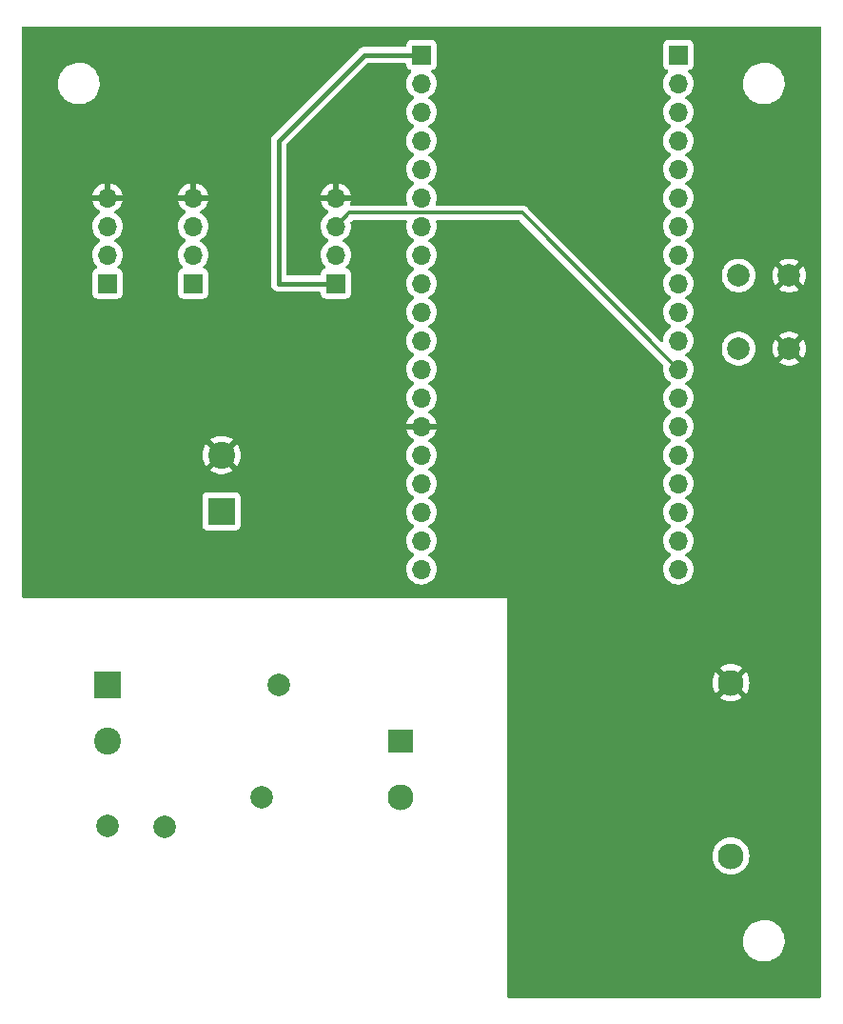
<source format=gbr>
%TF.GenerationSoftware,KiCad,Pcbnew,7.0.2*%
%TF.CreationDate,2023-04-25T22:23:20+02:00*%
%TF.ProjectId,em_schematic,656d5f73-6368-4656-9d61-7469632e6b69,rev?*%
%TF.SameCoordinates,Original*%
%TF.FileFunction,Copper,L2,Bot*%
%TF.FilePolarity,Positive*%
%FSLAX46Y46*%
G04 Gerber Fmt 4.6, Leading zero omitted, Abs format (unit mm)*
G04 Created by KiCad (PCBNEW 7.0.2) date 2023-04-25 22:23:20*
%MOMM*%
%LPD*%
G01*
G04 APERTURE LIST*
%TA.AperFunction,ComponentPad*%
%ADD10C,2.000000*%
%TD*%
%TA.AperFunction,ComponentPad*%
%ADD11R,2.400000X2.400000*%
%TD*%
%TA.AperFunction,ComponentPad*%
%ADD12C,2.400000*%
%TD*%
%TA.AperFunction,ComponentPad*%
%ADD13R,1.700000X1.700000*%
%TD*%
%TA.AperFunction,ComponentPad*%
%ADD14O,1.700000X1.700000*%
%TD*%
%TA.AperFunction,ComponentPad*%
%ADD15R,2.300000X2.000000*%
%TD*%
%TA.AperFunction,ComponentPad*%
%ADD16C,2.300000*%
%TD*%
%TA.AperFunction,Conductor*%
%ADD17C,0.406400*%
%TD*%
%TA.AperFunction,Conductor*%
%ADD18C,0.304800*%
%TD*%
G04 APERTURE END LIST*
D10*
%TO.P,SW1,1,1*%
%TO.N,Net-(J2-Pin_9)*%
X155230000Y-99770000D03*
X155230000Y-93270000D03*
%TO.P,SW1,2,2*%
%TO.N,GND*%
X159730000Y-99770000D03*
X159730000Y-93270000D03*
%TD*%
D11*
%TO.P,J6,1,Pin_1*%
%TO.N,Net-(J6-Pin_1)*%
X99060000Y-129620000D03*
D12*
%TO.P,J6,2,Pin_2*%
%TO.N,Net-(J6-Pin_2)*%
X99060000Y-134620000D03*
%TD*%
D10*
%TO.P,RV1,1*%
%TO.N,Net-(J6-Pin_1)*%
X114300000Y-129620000D03*
%TO.P,RV1,2*%
%TO.N,Net-(PS1-AC{slash}N)*%
X112800000Y-139620000D03*
%TD*%
D13*
%TO.P,J4,1,Pin_1*%
%TO.N,Net-(J1-Pin_1)*%
X119380000Y-93980000D03*
D14*
%TO.P,J4,2,Pin_2*%
%TO.N,Net-(J2-Pin_11)*%
X119380000Y-91440000D03*
%TO.P,J4,3,Pin_3*%
%TO.N,Net-(J2-Pin_12)*%
X119380000Y-88900000D03*
%TO.P,J4,4,Pin_4*%
%TO.N,GND*%
X119380000Y-86360000D03*
%TD*%
D13*
%TO.P,J5,1,Pin_1*%
%TO.N,+5V*%
X106680000Y-93980000D03*
D14*
%TO.P,J5,2,Pin_2*%
%TO.N,Net-(J3-Pin_2)*%
X106680000Y-91440000D03*
%TO.P,J5,3,Pin_3*%
%TO.N,Net-(J3-Pin_3)*%
X106680000Y-88900000D03*
%TO.P,J5,4,Pin_4*%
%TO.N,GND*%
X106680000Y-86360000D03*
%TD*%
D13*
%TO.P,J2,1,Pin_1*%
%TO.N,unconnected-(J2-Pin_1-Pad1)*%
X149860000Y-73660000D03*
D14*
%TO.P,J2,2,Pin_2*%
%TO.N,unconnected-(J2-Pin_2-Pad2)*%
X149860000Y-76200000D03*
%TO.P,J2,3,Pin_3*%
%TO.N,unconnected-(J2-Pin_3-Pad3)*%
X149860000Y-78740000D03*
%TO.P,J2,4,Pin_4*%
%TO.N,unconnected-(J2-Pin_4-Pad4)*%
X149860000Y-81280000D03*
%TO.P,J2,5,Pin_5*%
%TO.N,unconnected-(J2-Pin_5-Pad5)*%
X149860000Y-83820000D03*
%TO.P,J2,6,Pin_6*%
%TO.N,unconnected-(J2-Pin_6-Pad6)*%
X149860000Y-86360000D03*
%TO.P,J2,7,Pin_7*%
%TO.N,unconnected-(J2-Pin_7-Pad7)*%
X149860000Y-88900000D03*
%TO.P,J2,8,Pin_8*%
%TO.N,unconnected-(J2-Pin_8-Pad8)*%
X149860000Y-91440000D03*
%TO.P,J2,9,Pin_9*%
%TO.N,Net-(J2-Pin_9)*%
X149860000Y-93980000D03*
%TO.P,J2,10,Pin_10*%
%TO.N,unconnected-(J2-Pin_10-Pad10)*%
X149860000Y-96520000D03*
%TO.P,J2,11,Pin_11*%
%TO.N,Net-(J2-Pin_11)*%
X149860000Y-99060000D03*
%TO.P,J2,12,Pin_12*%
%TO.N,Net-(J2-Pin_12)*%
X149860000Y-101600000D03*
%TO.P,J2,13,Pin_13*%
%TO.N,unconnected-(J2-Pin_13-Pad13)*%
X149860000Y-104140000D03*
%TO.P,J2,14,Pin_14*%
%TO.N,unconnected-(J2-Pin_14-Pad14)*%
X149860000Y-106680000D03*
%TO.P,J2,15,Pin_15*%
%TO.N,unconnected-(J2-Pin_15-Pad15)*%
X149860000Y-109220000D03*
%TO.P,J2,16,Pin_16*%
%TO.N,unconnected-(J2-Pin_16-Pad16)*%
X149860000Y-111760000D03*
%TO.P,J2,17,Pin_17*%
%TO.N,unconnected-(J2-Pin_17-Pad17)*%
X149860000Y-114300000D03*
%TO.P,J2,18,Pin_18*%
%TO.N,unconnected-(J2-Pin_18-Pad18)*%
X149860000Y-116840000D03*
%TO.P,J2,19,Pin_19*%
%TO.N,unconnected-(J2-Pin_19-Pad19)*%
X149860000Y-119380000D03*
%TD*%
D13*
%TO.P,J1,1,Pin_1*%
%TO.N,Net-(J1-Pin_1)*%
X127000000Y-73660000D03*
D14*
%TO.P,J1,2,Pin_2*%
%TO.N,unconnected-(J1-Pin_2-Pad2)*%
X127000000Y-76200000D03*
%TO.P,J1,3,Pin_3*%
%TO.N,unconnected-(J1-Pin_3-Pad3)*%
X127000000Y-78740000D03*
%TO.P,J1,4,Pin_4*%
%TO.N,unconnected-(J1-Pin_4-Pad4)*%
X127000000Y-81280000D03*
%TO.P,J1,5,Pin_5*%
%TO.N,unconnected-(J1-Pin_5-Pad5)*%
X127000000Y-83820000D03*
%TO.P,J1,6,Pin_6*%
%TO.N,unconnected-(J1-Pin_6-Pad6)*%
X127000000Y-86360000D03*
%TO.P,J1,7,Pin_7*%
%TO.N,unconnected-(J1-Pin_7-Pad7)*%
X127000000Y-88900000D03*
%TO.P,J1,8,Pin_8*%
%TO.N,unconnected-(J1-Pin_8-Pad8)*%
X127000000Y-91440000D03*
%TO.P,J1,9,Pin_9*%
%TO.N,unconnected-(J1-Pin_9-Pad9)*%
X127000000Y-93980000D03*
%TO.P,J1,10,Pin_10*%
%TO.N,unconnected-(J1-Pin_10-Pad10)*%
X127000000Y-96520000D03*
%TO.P,J1,11,Pin_11*%
%TO.N,unconnected-(J1-Pin_11-Pad11)*%
X127000000Y-99060000D03*
%TO.P,J1,12,Pin_12*%
%TO.N,unconnected-(J1-Pin_12-Pad12)*%
X127000000Y-101600000D03*
%TO.P,J1,13,Pin_13*%
%TO.N,unconnected-(J1-Pin_13-Pad13)*%
X127000000Y-104140000D03*
%TO.P,J1,14,Pin_14*%
%TO.N,GND*%
X127000000Y-106680000D03*
%TO.P,J1,15,Pin_15*%
%TO.N,unconnected-(J1-Pin_15-Pad15)*%
X127000000Y-109220000D03*
%TO.P,J1,16,Pin_16*%
%TO.N,unconnected-(J1-Pin_16-Pad16)*%
X127000000Y-111760000D03*
%TO.P,J1,17,Pin_17*%
%TO.N,unconnected-(J1-Pin_17-Pad17)*%
X127000000Y-114300000D03*
%TO.P,J1,18,Pin_18*%
%TO.N,unconnected-(J1-Pin_18-Pad18)*%
X127000000Y-116840000D03*
%TO.P,J1,19,Pin_19*%
%TO.N,+5V*%
X127000000Y-119380000D03*
%TD*%
D11*
%TO.P,C1,1*%
%TO.N,+5V*%
X109220000Y-114220000D03*
D12*
%TO.P,C1,2*%
%TO.N,GND*%
X109220000Y-109220000D03*
%TD*%
D10*
%TO.P,F1,1*%
%TO.N,Net-(J6-Pin_2)*%
X99060000Y-142230000D03*
%TO.P,F1,2*%
%TO.N,Net-(PS1-AC{slash}N)*%
X104140000Y-142240000D03*
%TD*%
D13*
%TO.P,J3,1,Pin_1*%
%TO.N,+5V*%
X99060000Y-93980000D03*
D14*
%TO.P,J3,2,Pin_2*%
%TO.N,Net-(J3-Pin_2)*%
X99060000Y-91440000D03*
%TO.P,J3,3,Pin_3*%
%TO.N,Net-(J3-Pin_3)*%
X99060000Y-88900000D03*
%TO.P,J3,4,Pin_4*%
%TO.N,GND*%
X99060000Y-86360000D03*
%TD*%
D15*
%TO.P,PS1,1,AC/L*%
%TO.N,Net-(J6-Pin_1)*%
X125137500Y-134660000D03*
D16*
%TO.P,PS1,2,AC/N*%
%TO.N,Net-(PS1-AC{slash}N)*%
X125137500Y-139660000D03*
%TO.P,PS1,3,-Vout*%
%TO.N,GND*%
X154537500Y-129460000D03*
%TO.P,PS1,4,+Vout*%
%TO.N,+5V*%
X154537500Y-144860000D03*
%TD*%
D17*
%TO.N,Net-(J1-Pin_1)*%
X119380000Y-93980000D02*
X114300000Y-93980000D01*
X114300000Y-93980000D02*
X114300000Y-81280000D01*
X121920000Y-73660000D02*
X127000000Y-73660000D01*
X114300000Y-81280000D02*
X121920000Y-73660000D01*
D18*
%TO.N,Net-(J2-Pin_12)*%
X119380000Y-88900000D02*
X120582400Y-87697600D01*
X120582400Y-87697600D02*
X135957600Y-87697600D01*
X135957600Y-87697600D02*
X149860000Y-101600000D01*
%TD*%
%TA.AperFunction,Conductor*%
%TO.N,GND*%
G36*
X125592540Y-74383385D02*
G01*
X125638295Y-74436189D01*
X125649501Y-74487700D01*
X125649501Y-74557872D01*
X125649853Y-74561152D01*
X125649854Y-74561159D01*
X125652090Y-74581956D01*
X125655909Y-74617483D01*
X125706204Y-74752331D01*
X125792454Y-74867546D01*
X125907669Y-74953796D01*
X126019907Y-74995658D01*
X126039082Y-75002810D01*
X126095016Y-75044681D01*
X126119433Y-75110146D01*
X126104581Y-75178419D01*
X126083431Y-75206673D01*
X125961503Y-75328601D01*
X125825965Y-75522170D01*
X125726097Y-75736336D01*
X125664936Y-75964592D01*
X125644340Y-76199999D01*
X125664936Y-76435407D01*
X125692162Y-76537016D01*
X125726097Y-76663663D01*
X125825965Y-76877830D01*
X125961505Y-77071401D01*
X126128599Y-77238495D01*
X126314160Y-77368426D01*
X126357783Y-77423002D01*
X126364976Y-77492501D01*
X126333454Y-77554855D01*
X126314159Y-77571575D01*
X126128595Y-77701508D01*
X125961505Y-77868598D01*
X125825965Y-78062170D01*
X125726097Y-78276336D01*
X125664936Y-78504592D01*
X125644340Y-78739999D01*
X125664936Y-78975407D01*
X125709709Y-79142502D01*
X125726097Y-79203663D01*
X125825965Y-79417830D01*
X125961505Y-79611401D01*
X126128599Y-79778495D01*
X126314160Y-79908426D01*
X126357783Y-79963002D01*
X126364976Y-80032501D01*
X126333454Y-80094855D01*
X126314159Y-80111575D01*
X126128595Y-80241508D01*
X125961505Y-80408598D01*
X125825965Y-80602170D01*
X125726097Y-80816336D01*
X125664936Y-81044592D01*
X125644340Y-81280000D01*
X125664936Y-81515407D01*
X125693724Y-81622843D01*
X125726097Y-81743663D01*
X125825965Y-81957830D01*
X125961505Y-82151401D01*
X126128599Y-82318495D01*
X126314160Y-82448426D01*
X126357783Y-82503002D01*
X126364976Y-82572501D01*
X126333454Y-82634855D01*
X126314159Y-82651575D01*
X126128595Y-82781508D01*
X125961505Y-82948598D01*
X125825965Y-83142170D01*
X125726097Y-83356336D01*
X125664936Y-83584592D01*
X125644340Y-83820000D01*
X125664936Y-84055407D01*
X125709709Y-84222502D01*
X125726097Y-84283663D01*
X125825965Y-84497830D01*
X125961505Y-84691401D01*
X126128599Y-84858495D01*
X126314160Y-84988426D01*
X126357783Y-85043002D01*
X126364976Y-85112501D01*
X126333454Y-85174855D01*
X126314159Y-85191575D01*
X126128595Y-85321508D01*
X125961505Y-85488598D01*
X125825965Y-85682170D01*
X125726097Y-85896336D01*
X125664936Y-86124592D01*
X125644340Y-86360000D01*
X125664936Y-86595407D01*
X125720634Y-86803275D01*
X125726097Y-86823663D01*
X125746910Y-86868296D01*
X125757402Y-86937372D01*
X125728883Y-87001156D01*
X125670407Y-87039396D01*
X125634528Y-87044700D01*
X120744921Y-87044700D01*
X120677882Y-87025015D01*
X120632127Y-86972211D01*
X120622183Y-86903053D01*
X120632539Y-86868296D01*
X120653429Y-86823495D01*
X120710636Y-86610000D01*
X119813686Y-86610000D01*
X119839493Y-86569844D01*
X119880000Y-86431889D01*
X119880000Y-86288111D01*
X119839493Y-86150156D01*
X119813686Y-86110000D01*
X120710636Y-86110000D01*
X120710635Y-86109999D01*
X120653430Y-85896507D01*
X120553599Y-85682421D01*
X120418109Y-85488921D01*
X120251081Y-85321893D01*
X120057576Y-85186399D01*
X119843492Y-85086569D01*
X119630000Y-85029364D01*
X119629999Y-85029364D01*
X119629999Y-85924498D01*
X119522315Y-85875320D01*
X119415763Y-85860000D01*
X119344237Y-85860000D01*
X119237685Y-85875320D01*
X119129999Y-85924498D01*
X119129999Y-85029364D01*
X118916507Y-85086569D01*
X118702421Y-85186400D01*
X118508921Y-85321890D01*
X118341890Y-85488921D01*
X118206400Y-85682421D01*
X118106569Y-85896507D01*
X118049364Y-86109999D01*
X118049364Y-86110000D01*
X118946314Y-86110000D01*
X118920507Y-86150156D01*
X118880000Y-86288111D01*
X118880000Y-86431889D01*
X118920507Y-86569844D01*
X118946314Y-86610000D01*
X118049364Y-86610000D01*
X118106569Y-86823492D01*
X118206399Y-87037576D01*
X118341893Y-87231081D01*
X118508918Y-87398106D01*
X118694595Y-87528119D01*
X118738219Y-87582696D01*
X118745412Y-87652195D01*
X118713890Y-87714549D01*
X118694595Y-87731269D01*
X118508595Y-87861508D01*
X118341505Y-88028598D01*
X118205965Y-88222170D01*
X118106097Y-88436336D01*
X118044936Y-88664592D01*
X118024340Y-88900000D01*
X118044936Y-89135407D01*
X118089709Y-89302502D01*
X118106097Y-89363663D01*
X118205965Y-89577830D01*
X118341505Y-89771401D01*
X118508599Y-89938495D01*
X118694160Y-90068426D01*
X118737783Y-90123002D01*
X118744976Y-90192501D01*
X118713454Y-90254855D01*
X118694159Y-90271575D01*
X118508595Y-90401508D01*
X118341505Y-90568598D01*
X118205965Y-90762170D01*
X118106097Y-90976336D01*
X118044936Y-91204592D01*
X118024340Y-91440000D01*
X118044936Y-91675407D01*
X118081115Y-91810429D01*
X118106097Y-91903663D01*
X118205965Y-92117830D01*
X118341505Y-92311401D01*
X118341508Y-92311404D01*
X118463430Y-92433326D01*
X118496915Y-92494649D01*
X118491931Y-92564341D01*
X118450059Y-92620274D01*
X118419083Y-92637189D01*
X118287669Y-92686204D01*
X118172454Y-92772454D01*
X118086204Y-92887668D01*
X118035910Y-93022515D01*
X118035909Y-93022517D01*
X118029500Y-93082127D01*
X118029500Y-93085448D01*
X118029500Y-93085449D01*
X118029500Y-93152300D01*
X118009815Y-93219339D01*
X117957011Y-93265094D01*
X117905500Y-93276300D01*
X115127700Y-93276300D01*
X115060661Y-93256615D01*
X115014906Y-93203811D01*
X115003700Y-93152300D01*
X115003700Y-81622843D01*
X115023385Y-81555804D01*
X115040014Y-81535167D01*
X122175162Y-74400018D01*
X122236486Y-74366534D01*
X122262844Y-74363700D01*
X125525501Y-74363700D01*
X125592540Y-74383385D01*
G37*
%TD.AperFunction*%
%TA.AperFunction,Conductor*%
G36*
X162502539Y-71140185D02*
G01*
X162548294Y-71192989D01*
X162559500Y-71244500D01*
X162559500Y-157355500D01*
X162539815Y-157422539D01*
X162487011Y-157468294D01*
X162435500Y-157479500D01*
X134744000Y-157479500D01*
X134676961Y-157459815D01*
X134631206Y-157407011D01*
X134620000Y-157355500D01*
X134620000Y-152467764D01*
X155625787Y-152467764D01*
X155655413Y-152737016D01*
X155723928Y-152999087D01*
X155829871Y-153248392D01*
X155970982Y-153479611D01*
X156060253Y-153586881D01*
X156144255Y-153687820D01*
X156345998Y-153868582D01*
X156571910Y-154018044D01*
X156678211Y-154067876D01*
X156817177Y-154133021D01*
X157076562Y-154211058D01*
X157076569Y-154211060D01*
X157344561Y-154250500D01*
X157344564Y-154250500D01*
X157545369Y-154250500D01*
X157547631Y-154250500D01*
X157750156Y-154235677D01*
X158014553Y-154176780D01*
X158267558Y-154080014D01*
X158503777Y-153947441D01*
X158718177Y-153781888D01*
X158906186Y-153586881D01*
X159063799Y-153366579D01*
X159187656Y-153125675D01*
X159275118Y-152869305D01*
X159324319Y-152602933D01*
X159334212Y-152332235D01*
X159304586Y-152062982D01*
X159236072Y-151800912D01*
X159130130Y-151551610D01*
X158989018Y-151320390D01*
X158989017Y-151320388D01*
X158815746Y-151112181D01*
X158710759Y-151018112D01*
X158614002Y-150931418D01*
X158388090Y-150781956D01*
X158388086Y-150781954D01*
X158142822Y-150666978D01*
X157883437Y-150588941D01*
X157883431Y-150588940D01*
X157615439Y-150549500D01*
X157412369Y-150549500D01*
X157410120Y-150549664D01*
X157410109Y-150549665D01*
X157209843Y-150564322D01*
X156945449Y-150623219D01*
X156692441Y-150719986D01*
X156456223Y-150852559D01*
X156241825Y-151018109D01*
X156053813Y-151213120D01*
X155896201Y-151433420D01*
X155772342Y-151674329D01*
X155684881Y-151930695D01*
X155635680Y-152197066D01*
X155625787Y-152467764D01*
X134620000Y-152467764D01*
X134620000Y-144860000D01*
X152881896Y-144860000D01*
X152902279Y-145118995D01*
X152962926Y-145371610D01*
X153022930Y-145516470D01*
X153062346Y-145611628D01*
X153198088Y-145833140D01*
X153198090Y-145833143D01*
X153265067Y-145911563D01*
X153366811Y-146030689D01*
X153564360Y-146199412D01*
X153785872Y-146335154D01*
X153965885Y-146409718D01*
X154025889Y-146434573D01*
X154105697Y-146453733D01*
X154278506Y-146495221D01*
X154537500Y-146515604D01*
X154796494Y-146495221D01*
X155049110Y-146434573D01*
X155289128Y-146335154D01*
X155510640Y-146199412D01*
X155708189Y-146030689D01*
X155876912Y-145833140D01*
X156012654Y-145611628D01*
X156112073Y-145371610D01*
X156172721Y-145118994D01*
X156193104Y-144860000D01*
X156172721Y-144601006D01*
X156112073Y-144348390D01*
X156012654Y-144108372D01*
X155876912Y-143886860D01*
X155708189Y-143689311D01*
X155589063Y-143587567D01*
X155510643Y-143520590D01*
X155510640Y-143520588D01*
X155289128Y-143384846D01*
X155193970Y-143345430D01*
X155049110Y-143285426D01*
X154796495Y-143224779D01*
X154537500Y-143204396D01*
X154278504Y-143224779D01*
X154025889Y-143285426D01*
X153821024Y-143370285D01*
X153785872Y-143384846D01*
X153641859Y-143473096D01*
X153564356Y-143520590D01*
X153366811Y-143689311D01*
X153198090Y-143886856D01*
X153198088Y-143886860D01*
X153062346Y-144108372D01*
X153062345Y-144108375D01*
X152962926Y-144348389D01*
X152902279Y-144601004D01*
X152881896Y-144860000D01*
X134620000Y-144860000D01*
X134620000Y-129460000D01*
X152882398Y-129460000D01*
X152902775Y-129718916D01*
X152963403Y-129971455D01*
X153062794Y-130211402D01*
X153198493Y-130432843D01*
X153204301Y-130439644D01*
X154054422Y-129589523D01*
X154078007Y-129669844D01*
X154155739Y-129790798D01*
X154264400Y-129884952D01*
X154395185Y-129944680D01*
X154404966Y-129946086D01*
X153557854Y-130793198D01*
X153564655Y-130799006D01*
X153786097Y-130934705D01*
X154026044Y-131034096D01*
X154278583Y-131094724D01*
X154537500Y-131115101D01*
X154796416Y-131094724D01*
X155048955Y-131034096D01*
X155288897Y-130934707D01*
X155510349Y-130799003D01*
X155517145Y-130793198D01*
X154670033Y-129946086D01*
X154679815Y-129944680D01*
X154810600Y-129884952D01*
X154919261Y-129790798D01*
X154996993Y-129669844D01*
X155020576Y-129589523D01*
X155870698Y-130439645D01*
X155876503Y-130432849D01*
X156012207Y-130211397D01*
X156111596Y-129971455D01*
X156172224Y-129718916D01*
X156192601Y-129459999D01*
X156172224Y-129201083D01*
X156111596Y-128948544D01*
X156012205Y-128708597D01*
X155876506Y-128487155D01*
X155870698Y-128480354D01*
X155020576Y-129330475D01*
X154996993Y-129250156D01*
X154919261Y-129129202D01*
X154810600Y-129035048D01*
X154679815Y-128975320D01*
X154670034Y-128973913D01*
X155517145Y-128126801D01*
X155510343Y-128120993D01*
X155288902Y-127985294D01*
X155048955Y-127885903D01*
X154796416Y-127825275D01*
X154537499Y-127804898D01*
X154278583Y-127825275D01*
X154026044Y-127885903D01*
X153786097Y-127985294D01*
X153564656Y-128120992D01*
X153557854Y-128126801D01*
X154404966Y-128973913D01*
X154395185Y-128975320D01*
X154264400Y-129035048D01*
X154155739Y-129129202D01*
X154078007Y-129250156D01*
X154054423Y-129330476D01*
X153204301Y-128480354D01*
X153198492Y-128487156D01*
X153062794Y-128708597D01*
X152963403Y-128948544D01*
X152902775Y-129201083D01*
X152882398Y-129460000D01*
X134620000Y-129460000D01*
X134620000Y-121920000D01*
X91564500Y-121920000D01*
X91497461Y-121900315D01*
X91451706Y-121847511D01*
X91440500Y-121796000D01*
X91440500Y-115464578D01*
X107519500Y-115464578D01*
X107519501Y-115467872D01*
X107519853Y-115471152D01*
X107519854Y-115471159D01*
X107525427Y-115523002D01*
X107525909Y-115527483D01*
X107576204Y-115662331D01*
X107662454Y-115777546D01*
X107777669Y-115863796D01*
X107912517Y-115914091D01*
X107972127Y-115920500D01*
X110467872Y-115920499D01*
X110527483Y-115914091D01*
X110662331Y-115863796D01*
X110777546Y-115777546D01*
X110863796Y-115662331D01*
X110914091Y-115527483D01*
X110920500Y-115467873D01*
X110920499Y-112972128D01*
X110914091Y-112912517D01*
X110863796Y-112777669D01*
X110777546Y-112662454D01*
X110662331Y-112576204D01*
X110527483Y-112525909D01*
X110467873Y-112519500D01*
X110464550Y-112519500D01*
X107975439Y-112519500D01*
X107975420Y-112519500D01*
X107972128Y-112519501D01*
X107968848Y-112519853D01*
X107968840Y-112519854D01*
X107912515Y-112525909D01*
X107777669Y-112576204D01*
X107662454Y-112662454D01*
X107576204Y-112777668D01*
X107525910Y-112912515D01*
X107525909Y-112912517D01*
X107519500Y-112972127D01*
X107519500Y-112975448D01*
X107519500Y-112975449D01*
X107519500Y-115464560D01*
X107519500Y-115464578D01*
X91440500Y-115464578D01*
X91440500Y-109219999D01*
X107515232Y-109219999D01*
X107534273Y-109474080D01*
X107590971Y-109722491D01*
X107684057Y-109959668D01*
X107811456Y-110180331D01*
X107853452Y-110232993D01*
X107853453Y-110232993D01*
X108657226Y-109429219D01*
X108695901Y-109522588D01*
X108792075Y-109647925D01*
X108917412Y-109744099D01*
X109010779Y-109782772D01*
X108206813Y-110586737D01*
X108367619Y-110696372D01*
X108597179Y-110806922D01*
X108840654Y-110882025D01*
X109092603Y-110920000D01*
X109347397Y-110920000D01*
X109599345Y-110882025D01*
X109842823Y-110806921D01*
X110072383Y-110696372D01*
X110233185Y-110586737D01*
X109429220Y-109782772D01*
X109522588Y-109744099D01*
X109647925Y-109647925D01*
X109744099Y-109522589D01*
X109782773Y-109429220D01*
X110586545Y-110232993D01*
X110586546Y-110232992D01*
X110628545Y-110180328D01*
X110755942Y-109959669D01*
X110849028Y-109722491D01*
X110905726Y-109474080D01*
X110924767Y-109220000D01*
X110905726Y-108965919D01*
X110849028Y-108717508D01*
X110755942Y-108480330D01*
X110628545Y-108259671D01*
X110586546Y-108207005D01*
X109782772Y-109010779D01*
X109744099Y-108917412D01*
X109647925Y-108792075D01*
X109522588Y-108695901D01*
X109429220Y-108657227D01*
X110233185Y-107853261D01*
X110072379Y-107743625D01*
X109842823Y-107633078D01*
X109599345Y-107557974D01*
X109347397Y-107520000D01*
X109092603Y-107520000D01*
X108840654Y-107557974D01*
X108597179Y-107633077D01*
X108367615Y-107743628D01*
X108206813Y-107853261D01*
X109010779Y-108657227D01*
X108917412Y-108695901D01*
X108792075Y-108792075D01*
X108695901Y-108917411D01*
X108657226Y-109010779D01*
X107853453Y-108207006D01*
X107811453Y-108259673D01*
X107684057Y-108480331D01*
X107590971Y-108717508D01*
X107534273Y-108965919D01*
X107515232Y-109219999D01*
X91440500Y-109219999D01*
X91440500Y-91440000D01*
X97704340Y-91440000D01*
X97724936Y-91675407D01*
X97761115Y-91810429D01*
X97786097Y-91903663D01*
X97885965Y-92117830D01*
X98021505Y-92311401D01*
X98021508Y-92311404D01*
X98143430Y-92433326D01*
X98176915Y-92494649D01*
X98171931Y-92564341D01*
X98130059Y-92620274D01*
X98099083Y-92637189D01*
X97967669Y-92686204D01*
X97852454Y-92772454D01*
X97766204Y-92887668D01*
X97715910Y-93022515D01*
X97715909Y-93022517D01*
X97709500Y-93082127D01*
X97709500Y-93085448D01*
X97709500Y-93085449D01*
X97709500Y-94874560D01*
X97709500Y-94874578D01*
X97709501Y-94877872D01*
X97715909Y-94937483D01*
X97766204Y-95072331D01*
X97852454Y-95187546D01*
X97967669Y-95273796D01*
X98102517Y-95324091D01*
X98162127Y-95330500D01*
X99957872Y-95330499D01*
X100017483Y-95324091D01*
X100152331Y-95273796D01*
X100267546Y-95187546D01*
X100353796Y-95072331D01*
X100404091Y-94937483D01*
X100410500Y-94877873D01*
X100410499Y-93082128D01*
X100404091Y-93022517D01*
X100353796Y-92887669D01*
X100267546Y-92772454D01*
X100152331Y-92686204D01*
X100090123Y-92663002D01*
X100020916Y-92637189D01*
X99964983Y-92595317D01*
X99940566Y-92529853D01*
X99955418Y-92461580D01*
X99976563Y-92433332D01*
X100098495Y-92311401D01*
X100234035Y-92117830D01*
X100333903Y-91903663D01*
X100395063Y-91675408D01*
X100415659Y-91440000D01*
X100415659Y-91439999D01*
X105324340Y-91439999D01*
X105344936Y-91675407D01*
X105381115Y-91810429D01*
X105406097Y-91903663D01*
X105505965Y-92117830D01*
X105641505Y-92311401D01*
X105641508Y-92311404D01*
X105763430Y-92433326D01*
X105796915Y-92494649D01*
X105791931Y-92564341D01*
X105750059Y-92620274D01*
X105719083Y-92637189D01*
X105587669Y-92686204D01*
X105472454Y-92772454D01*
X105386204Y-92887668D01*
X105335910Y-93022515D01*
X105335909Y-93022517D01*
X105329500Y-93082127D01*
X105329500Y-93085448D01*
X105329500Y-93085449D01*
X105329500Y-94874560D01*
X105329500Y-94874578D01*
X105329501Y-94877872D01*
X105335909Y-94937483D01*
X105386204Y-95072331D01*
X105472454Y-95187546D01*
X105587669Y-95273796D01*
X105722517Y-95324091D01*
X105782127Y-95330500D01*
X107577872Y-95330499D01*
X107637483Y-95324091D01*
X107772331Y-95273796D01*
X107887546Y-95187546D01*
X107973796Y-95072331D01*
X108024091Y-94937483D01*
X108030500Y-94877873D01*
X108030499Y-93082128D01*
X108024091Y-93022517D01*
X107973796Y-92887669D01*
X107887546Y-92772454D01*
X107772331Y-92686204D01*
X107710123Y-92663002D01*
X107640916Y-92637189D01*
X107584983Y-92595317D01*
X107560566Y-92529853D01*
X107575418Y-92461580D01*
X107596563Y-92433332D01*
X107718495Y-92311401D01*
X107854035Y-92117830D01*
X107953903Y-91903663D01*
X108015063Y-91675408D01*
X108035659Y-91440000D01*
X108015063Y-91204592D01*
X107953903Y-90976337D01*
X107854035Y-90762171D01*
X107718495Y-90568599D01*
X107551401Y-90401505D01*
X107365839Y-90271573D01*
X107322215Y-90216997D01*
X107315023Y-90147498D01*
X107346545Y-90085144D01*
X107365831Y-90068432D01*
X107551401Y-89938495D01*
X107718495Y-89771401D01*
X107854035Y-89577830D01*
X107953903Y-89363663D01*
X108015063Y-89135408D01*
X108035659Y-88900000D01*
X108015063Y-88664592D01*
X107953903Y-88436337D01*
X107854035Y-88222171D01*
X107718495Y-88028599D01*
X107551401Y-87861505D01*
X107365402Y-87731267D01*
X107321780Y-87676692D01*
X107314587Y-87607193D01*
X107346109Y-87544839D01*
X107365405Y-87528119D01*
X107551078Y-87398109D01*
X107718106Y-87231081D01*
X107853600Y-87037576D01*
X107953430Y-86823492D01*
X108010636Y-86610000D01*
X107113686Y-86610000D01*
X107139493Y-86569844D01*
X107180000Y-86431889D01*
X107180000Y-86288111D01*
X107139493Y-86150156D01*
X107113686Y-86110000D01*
X108010636Y-86110000D01*
X108010635Y-86109999D01*
X107953430Y-85896507D01*
X107853599Y-85682421D01*
X107718109Y-85488921D01*
X107551081Y-85321893D01*
X107357576Y-85186399D01*
X107143492Y-85086569D01*
X106930000Y-85029364D01*
X106930000Y-85924498D01*
X106822315Y-85875320D01*
X106715763Y-85860000D01*
X106644237Y-85860000D01*
X106537685Y-85875320D01*
X106430000Y-85924498D01*
X106430000Y-85029364D01*
X106429999Y-85029364D01*
X106216507Y-85086569D01*
X106002421Y-85186400D01*
X105808921Y-85321890D01*
X105641890Y-85488921D01*
X105506400Y-85682421D01*
X105406569Y-85896507D01*
X105349364Y-86109999D01*
X105349364Y-86110000D01*
X106246314Y-86110000D01*
X106220507Y-86150156D01*
X106180000Y-86288111D01*
X106180000Y-86431889D01*
X106220507Y-86569844D01*
X106246314Y-86610000D01*
X105349364Y-86610000D01*
X105406569Y-86823492D01*
X105506399Y-87037576D01*
X105641893Y-87231081D01*
X105808918Y-87398106D01*
X105994595Y-87528119D01*
X106038219Y-87582696D01*
X106045412Y-87652195D01*
X106013890Y-87714549D01*
X105994595Y-87731269D01*
X105808595Y-87861508D01*
X105641505Y-88028598D01*
X105505965Y-88222170D01*
X105406097Y-88436336D01*
X105344936Y-88664592D01*
X105324340Y-88899999D01*
X105344936Y-89135407D01*
X105389709Y-89302502D01*
X105406097Y-89363663D01*
X105505965Y-89577830D01*
X105641505Y-89771401D01*
X105808599Y-89938495D01*
X105994160Y-90068426D01*
X106037783Y-90123002D01*
X106044976Y-90192501D01*
X106013454Y-90254855D01*
X105994159Y-90271575D01*
X105808595Y-90401508D01*
X105641505Y-90568598D01*
X105505965Y-90762170D01*
X105406097Y-90976336D01*
X105344936Y-91204592D01*
X105324340Y-91439999D01*
X100415659Y-91439999D01*
X100395063Y-91204592D01*
X100333903Y-90976337D01*
X100234035Y-90762171D01*
X100098495Y-90568599D01*
X99931401Y-90401505D01*
X99745839Y-90271573D01*
X99702215Y-90216997D01*
X99695023Y-90147498D01*
X99726545Y-90085144D01*
X99745831Y-90068432D01*
X99931401Y-89938495D01*
X100098495Y-89771401D01*
X100234035Y-89577830D01*
X100333903Y-89363663D01*
X100395063Y-89135408D01*
X100415659Y-88900000D01*
X100395063Y-88664592D01*
X100333903Y-88436337D01*
X100234035Y-88222171D01*
X100098495Y-88028599D01*
X99931401Y-87861505D01*
X99745402Y-87731267D01*
X99701780Y-87676692D01*
X99694587Y-87607193D01*
X99726109Y-87544839D01*
X99745405Y-87528119D01*
X99931078Y-87398109D01*
X100098106Y-87231081D01*
X100233600Y-87037576D01*
X100333430Y-86823492D01*
X100390636Y-86610000D01*
X99493686Y-86610000D01*
X99519493Y-86569844D01*
X99560000Y-86431889D01*
X99560000Y-86288111D01*
X99519493Y-86150156D01*
X99493686Y-86110000D01*
X100390636Y-86110000D01*
X100390635Y-86109999D01*
X100333430Y-85896507D01*
X100233599Y-85682421D01*
X100098109Y-85488921D01*
X99931081Y-85321893D01*
X99737576Y-85186399D01*
X99523492Y-85086569D01*
X99310000Y-85029364D01*
X99310000Y-85924498D01*
X99202315Y-85875320D01*
X99095763Y-85860000D01*
X99024237Y-85860000D01*
X98917685Y-85875320D01*
X98810000Y-85924498D01*
X98810000Y-85029364D01*
X98809999Y-85029364D01*
X98596507Y-85086569D01*
X98382421Y-85186400D01*
X98188921Y-85321890D01*
X98021890Y-85488921D01*
X97886400Y-85682421D01*
X97786569Y-85896507D01*
X97729364Y-86109999D01*
X97729364Y-86110000D01*
X98626314Y-86110000D01*
X98600507Y-86150156D01*
X98560000Y-86288111D01*
X98560000Y-86431889D01*
X98600507Y-86569844D01*
X98626314Y-86610000D01*
X97729364Y-86610000D01*
X97786569Y-86823492D01*
X97886399Y-87037576D01*
X98021893Y-87231081D01*
X98188918Y-87398106D01*
X98374595Y-87528119D01*
X98418219Y-87582696D01*
X98425412Y-87652195D01*
X98393890Y-87714549D01*
X98374595Y-87731269D01*
X98188595Y-87861508D01*
X98021505Y-88028598D01*
X97885965Y-88222170D01*
X97786097Y-88436336D01*
X97724936Y-88664592D01*
X97704340Y-88899999D01*
X97724936Y-89135407D01*
X97769709Y-89302502D01*
X97786097Y-89363663D01*
X97885965Y-89577830D01*
X98021505Y-89771401D01*
X98188599Y-89938495D01*
X98374160Y-90068426D01*
X98417783Y-90123002D01*
X98424976Y-90192501D01*
X98393454Y-90254855D01*
X98374159Y-90271575D01*
X98188595Y-90401508D01*
X98021505Y-90568598D01*
X97885965Y-90762170D01*
X97786097Y-90976336D01*
X97724936Y-91204592D01*
X97704340Y-91440000D01*
X91440500Y-91440000D01*
X91440500Y-81237197D01*
X113592425Y-81237197D01*
X113596074Y-81297514D01*
X113596300Y-81305000D01*
X113596300Y-94065447D01*
X113604765Y-94099794D01*
X113607463Y-94114517D01*
X113611728Y-94149640D01*
X113624274Y-94182719D01*
X113628729Y-94197014D01*
X113637197Y-94231369D01*
X113653638Y-94262695D01*
X113659782Y-94276347D01*
X113672327Y-94309424D01*
X113692421Y-94338536D01*
X113700166Y-94351347D01*
X113716615Y-94382686D01*
X113740075Y-94409167D01*
X113749312Y-94420956D01*
X113769405Y-94450067D01*
X113795884Y-94473524D01*
X113806469Y-94484108D01*
X113814887Y-94493610D01*
X113829936Y-94510597D01*
X113859050Y-94530693D01*
X113870834Y-94539925D01*
X113897317Y-94563387D01*
X113928652Y-94579833D01*
X113941457Y-94587574D01*
X113970571Y-94607670D01*
X113970572Y-94607670D01*
X113970573Y-94607671D01*
X114003651Y-94620216D01*
X114017304Y-94626361D01*
X114048632Y-94642803D01*
X114083001Y-94651274D01*
X114097271Y-94655721D01*
X114130357Y-94668270D01*
X114165476Y-94672534D01*
X114180195Y-94675230D01*
X114214555Y-94683700D01*
X114257437Y-94683700D01*
X117905501Y-94683700D01*
X117972540Y-94703385D01*
X118018295Y-94756189D01*
X118029501Y-94807699D01*
X118029501Y-94877872D01*
X118035909Y-94937483D01*
X118086204Y-95072331D01*
X118172454Y-95187546D01*
X118287669Y-95273796D01*
X118422517Y-95324091D01*
X118482127Y-95330500D01*
X120277872Y-95330499D01*
X120337483Y-95324091D01*
X120472331Y-95273796D01*
X120587546Y-95187546D01*
X120673796Y-95072331D01*
X120724091Y-94937483D01*
X120730500Y-94877873D01*
X120730499Y-93082128D01*
X120724091Y-93022517D01*
X120673796Y-92887669D01*
X120587546Y-92772454D01*
X120472331Y-92686204D01*
X120410123Y-92663002D01*
X120340916Y-92637189D01*
X120284983Y-92595317D01*
X120260566Y-92529853D01*
X120275418Y-92461580D01*
X120296563Y-92433332D01*
X120418495Y-92311401D01*
X120554035Y-92117830D01*
X120653903Y-91903663D01*
X120715063Y-91675408D01*
X120735659Y-91440000D01*
X120715063Y-91204592D01*
X120653903Y-90976337D01*
X120554035Y-90762171D01*
X120418495Y-90568599D01*
X120251401Y-90401505D01*
X120065839Y-90271573D01*
X120022216Y-90216998D01*
X120015022Y-90147500D01*
X120046545Y-90085145D01*
X120065837Y-90068428D01*
X120251401Y-89938495D01*
X120418495Y-89771401D01*
X120554035Y-89577830D01*
X120653903Y-89363663D01*
X120715063Y-89135408D01*
X120735659Y-88900000D01*
X120715063Y-88664592D01*
X120696331Y-88594687D01*
X120697995Y-88524837D01*
X120728424Y-88474914D01*
X120816521Y-88386818D01*
X120877845Y-88353333D01*
X120904202Y-88350500D01*
X125587497Y-88350500D01*
X125654536Y-88370185D01*
X125700291Y-88422989D01*
X125710235Y-88492147D01*
X125707272Y-88506593D01*
X125664936Y-88664592D01*
X125644340Y-88899999D01*
X125664936Y-89135407D01*
X125709709Y-89302502D01*
X125726097Y-89363663D01*
X125825965Y-89577830D01*
X125961505Y-89771401D01*
X126128599Y-89938495D01*
X126314160Y-90068426D01*
X126357783Y-90123002D01*
X126364976Y-90192501D01*
X126333454Y-90254855D01*
X126314159Y-90271575D01*
X126128595Y-90401508D01*
X125961505Y-90568598D01*
X125825965Y-90762170D01*
X125726097Y-90976336D01*
X125664936Y-91204592D01*
X125644340Y-91440000D01*
X125664936Y-91675407D01*
X125701115Y-91810429D01*
X125726097Y-91903663D01*
X125825965Y-92117830D01*
X125961505Y-92311401D01*
X126128599Y-92478495D01*
X126314160Y-92608426D01*
X126357783Y-92663002D01*
X126364976Y-92732501D01*
X126333454Y-92794855D01*
X126314159Y-92811575D01*
X126128595Y-92941508D01*
X125961505Y-93108598D01*
X125825965Y-93302170D01*
X125726097Y-93516336D01*
X125664936Y-93744592D01*
X125644340Y-93979999D01*
X125664936Y-94215407D01*
X125699583Y-94344711D01*
X125726097Y-94443663D01*
X125825965Y-94657830D01*
X125961505Y-94851401D01*
X126128599Y-95018495D01*
X126314160Y-95148426D01*
X126357783Y-95203002D01*
X126364976Y-95272501D01*
X126333454Y-95334855D01*
X126314159Y-95351575D01*
X126128595Y-95481508D01*
X125961505Y-95648598D01*
X125825965Y-95842170D01*
X125726097Y-96056336D01*
X125664936Y-96284592D01*
X125644340Y-96520000D01*
X125664936Y-96755407D01*
X125709709Y-96922501D01*
X125726097Y-96983663D01*
X125825965Y-97197830D01*
X125961505Y-97391401D01*
X126128599Y-97558495D01*
X126314160Y-97688426D01*
X126357783Y-97743002D01*
X126364976Y-97812501D01*
X126333454Y-97874855D01*
X126314159Y-97891575D01*
X126128595Y-98021508D01*
X125961505Y-98188598D01*
X125825965Y-98382170D01*
X125726097Y-98596336D01*
X125664936Y-98824592D01*
X125644340Y-99060000D01*
X125664936Y-99295407D01*
X125681843Y-99358503D01*
X125726097Y-99523663D01*
X125825965Y-99737830D01*
X125961505Y-99931401D01*
X126128599Y-100098495D01*
X126314160Y-100228426D01*
X126357783Y-100283002D01*
X126364976Y-100352501D01*
X126333454Y-100414855D01*
X126314159Y-100431575D01*
X126128595Y-100561508D01*
X125961505Y-100728598D01*
X125825965Y-100922170D01*
X125726097Y-101136336D01*
X125664936Y-101364592D01*
X125644340Y-101599999D01*
X125664936Y-101835407D01*
X125709709Y-102002502D01*
X125726097Y-102063663D01*
X125825965Y-102277830D01*
X125961505Y-102471401D01*
X126128599Y-102638495D01*
X126314160Y-102768426D01*
X126357783Y-102823002D01*
X126364976Y-102892501D01*
X126333454Y-102954855D01*
X126314159Y-102971575D01*
X126128595Y-103101508D01*
X125961505Y-103268598D01*
X125825965Y-103462170D01*
X125726097Y-103676336D01*
X125664936Y-103904592D01*
X125644340Y-104140000D01*
X125664936Y-104375407D01*
X125709709Y-104542501D01*
X125726097Y-104603663D01*
X125825965Y-104817830D01*
X125961505Y-105011401D01*
X126128599Y-105178495D01*
X126314596Y-105308732D01*
X126358219Y-105363307D01*
X126365412Y-105432806D01*
X126333890Y-105495160D01*
X126314595Y-105511880D01*
X126128919Y-105641892D01*
X125961890Y-105808921D01*
X125826400Y-106002421D01*
X125726569Y-106216507D01*
X125669364Y-106429999D01*
X125669364Y-106430000D01*
X126566314Y-106430000D01*
X126540507Y-106470156D01*
X126500000Y-106608111D01*
X126500000Y-106751889D01*
X126540507Y-106889844D01*
X126566314Y-106930000D01*
X125669364Y-106930000D01*
X125726569Y-107143492D01*
X125826399Y-107357576D01*
X125961893Y-107551081D01*
X126128918Y-107718106D01*
X126314595Y-107848119D01*
X126358219Y-107902696D01*
X126365412Y-107972195D01*
X126333890Y-108034549D01*
X126314595Y-108051269D01*
X126128595Y-108181508D01*
X125961505Y-108348598D01*
X125825965Y-108542170D01*
X125726097Y-108756336D01*
X125664936Y-108984592D01*
X125644340Y-109220000D01*
X125664936Y-109455407D01*
X125696593Y-109573553D01*
X125726097Y-109683663D01*
X125825965Y-109897830D01*
X125961505Y-110091401D01*
X126128599Y-110258495D01*
X126314160Y-110388426D01*
X126357783Y-110443002D01*
X126364976Y-110512501D01*
X126333454Y-110574855D01*
X126314159Y-110591575D01*
X126128595Y-110721508D01*
X125961505Y-110888598D01*
X125825965Y-111082170D01*
X125726097Y-111296336D01*
X125664936Y-111524592D01*
X125644340Y-111759999D01*
X125664936Y-111995407D01*
X125709709Y-112162502D01*
X125726097Y-112223663D01*
X125825965Y-112437830D01*
X125961505Y-112631401D01*
X126128599Y-112798495D01*
X126314160Y-112928426D01*
X126357783Y-112983002D01*
X126364976Y-113052501D01*
X126333454Y-113114855D01*
X126314159Y-113131575D01*
X126128595Y-113261508D01*
X125961505Y-113428598D01*
X125825965Y-113622170D01*
X125726097Y-113836336D01*
X125664936Y-114064592D01*
X125644340Y-114299999D01*
X125664936Y-114535407D01*
X125709709Y-114702502D01*
X125726097Y-114763663D01*
X125825965Y-114977830D01*
X125961505Y-115171401D01*
X126128599Y-115338495D01*
X126314160Y-115468426D01*
X126357783Y-115523002D01*
X126364976Y-115592501D01*
X126333454Y-115654855D01*
X126314159Y-115671575D01*
X126128595Y-115801508D01*
X125961505Y-115968598D01*
X125825965Y-116162170D01*
X125726097Y-116376336D01*
X125664936Y-116604592D01*
X125644340Y-116839999D01*
X125664936Y-117075407D01*
X125709709Y-117242501D01*
X125726097Y-117303663D01*
X125825965Y-117517830D01*
X125961505Y-117711401D01*
X126128599Y-117878495D01*
X126314160Y-118008426D01*
X126357783Y-118063002D01*
X126364976Y-118132501D01*
X126333454Y-118194855D01*
X126314159Y-118211575D01*
X126128595Y-118341508D01*
X125961505Y-118508598D01*
X125825965Y-118702170D01*
X125726097Y-118916336D01*
X125664936Y-119144592D01*
X125644340Y-119380000D01*
X125664936Y-119615407D01*
X125709709Y-119782501D01*
X125726097Y-119843663D01*
X125825965Y-120057830D01*
X125961505Y-120251401D01*
X126128599Y-120418495D01*
X126322170Y-120554035D01*
X126536337Y-120653903D01*
X126764592Y-120715063D01*
X127000000Y-120735659D01*
X127235408Y-120715063D01*
X127463663Y-120653903D01*
X127677830Y-120554035D01*
X127871401Y-120418495D01*
X128038495Y-120251401D01*
X128174035Y-120057830D01*
X128273903Y-119843663D01*
X128335063Y-119615408D01*
X128355659Y-119380000D01*
X128335063Y-119144592D01*
X128273903Y-118916337D01*
X128174035Y-118702171D01*
X128038495Y-118508599D01*
X127871401Y-118341505D01*
X127685839Y-118211573D01*
X127642217Y-118156998D01*
X127635024Y-118087499D01*
X127666546Y-118025145D01*
X127685837Y-118008428D01*
X127871401Y-117878495D01*
X128038495Y-117711401D01*
X128174035Y-117517830D01*
X128273903Y-117303663D01*
X128335063Y-117075408D01*
X128355659Y-116840000D01*
X128335063Y-116604592D01*
X128273903Y-116376337D01*
X128174035Y-116162171D01*
X128038495Y-115968599D01*
X127871401Y-115801505D01*
X127685839Y-115671573D01*
X127642215Y-115616997D01*
X127635023Y-115547498D01*
X127666545Y-115485144D01*
X127685831Y-115468432D01*
X127871401Y-115338495D01*
X128038495Y-115171401D01*
X128174035Y-114977830D01*
X128273903Y-114763663D01*
X128335063Y-114535408D01*
X128355659Y-114300000D01*
X128335063Y-114064592D01*
X128273903Y-113836337D01*
X128174035Y-113622171D01*
X128038495Y-113428599D01*
X127871401Y-113261505D01*
X127685839Y-113131573D01*
X127642216Y-113076998D01*
X127635022Y-113007500D01*
X127666545Y-112945145D01*
X127685837Y-112928428D01*
X127871401Y-112798495D01*
X128038495Y-112631401D01*
X128174035Y-112437830D01*
X128273903Y-112223663D01*
X128335063Y-111995408D01*
X128355659Y-111760000D01*
X128335063Y-111524592D01*
X128273903Y-111296337D01*
X128174035Y-111082171D01*
X128038495Y-110888599D01*
X127871401Y-110721505D01*
X127685839Y-110591573D01*
X127642215Y-110536997D01*
X127635023Y-110467498D01*
X127666545Y-110405144D01*
X127685831Y-110388432D01*
X127871401Y-110258495D01*
X128038495Y-110091401D01*
X128174035Y-109897830D01*
X128273903Y-109683663D01*
X128335063Y-109455408D01*
X128355659Y-109220000D01*
X128335063Y-108984592D01*
X128273903Y-108756337D01*
X128174035Y-108542171D01*
X128038495Y-108348599D01*
X127871401Y-108181505D01*
X127685402Y-108051267D01*
X127641780Y-107996692D01*
X127634587Y-107927193D01*
X127666109Y-107864839D01*
X127685405Y-107848119D01*
X127871078Y-107718109D01*
X128038106Y-107551081D01*
X128173600Y-107357576D01*
X128273430Y-107143492D01*
X128330636Y-106930000D01*
X127433686Y-106930000D01*
X127459493Y-106889844D01*
X127500000Y-106751889D01*
X127500000Y-106608111D01*
X127459493Y-106470156D01*
X127433686Y-106430000D01*
X128330636Y-106430000D01*
X128330635Y-106429999D01*
X128273430Y-106216507D01*
X128173599Y-106002421D01*
X128038109Y-105808921D01*
X127871081Y-105641893D01*
X127685404Y-105511880D01*
X127641780Y-105457303D01*
X127634587Y-105387804D01*
X127666109Y-105325450D01*
X127685399Y-105308734D01*
X127871401Y-105178495D01*
X128038495Y-105011401D01*
X128174035Y-104817830D01*
X128273903Y-104603663D01*
X128335063Y-104375408D01*
X128355659Y-104140000D01*
X128335063Y-103904592D01*
X128273903Y-103676337D01*
X128174035Y-103462171D01*
X128038495Y-103268599D01*
X127871401Y-103101505D01*
X127685839Y-102971573D01*
X127642216Y-102916998D01*
X127635022Y-102847500D01*
X127666545Y-102785145D01*
X127685837Y-102768428D01*
X127871401Y-102638495D01*
X128038495Y-102471401D01*
X128174035Y-102277830D01*
X128273903Y-102063663D01*
X128335063Y-101835408D01*
X128355659Y-101600000D01*
X128335063Y-101364592D01*
X128273903Y-101136337D01*
X128174035Y-100922171D01*
X128038495Y-100728599D01*
X127871401Y-100561505D01*
X127685839Y-100431573D01*
X127642215Y-100376997D01*
X127635023Y-100307498D01*
X127666545Y-100245144D01*
X127685831Y-100228432D01*
X127871401Y-100098495D01*
X128038495Y-99931401D01*
X128174035Y-99737830D01*
X128273903Y-99523663D01*
X128335063Y-99295408D01*
X128355659Y-99060000D01*
X128335063Y-98824592D01*
X128273903Y-98596337D01*
X128174035Y-98382171D01*
X128038495Y-98188599D01*
X127871401Y-98021505D01*
X127685839Y-97891573D01*
X127642216Y-97836998D01*
X127635022Y-97767500D01*
X127666545Y-97705145D01*
X127685837Y-97688428D01*
X127871401Y-97558495D01*
X128038495Y-97391401D01*
X128174035Y-97197830D01*
X128273903Y-96983663D01*
X128335063Y-96755408D01*
X128355659Y-96520000D01*
X128335063Y-96284592D01*
X128273903Y-96056337D01*
X128174035Y-95842171D01*
X128038495Y-95648599D01*
X127871401Y-95481505D01*
X127685839Y-95351573D01*
X127642215Y-95296997D01*
X127635023Y-95227498D01*
X127666545Y-95165144D01*
X127685831Y-95148432D01*
X127871401Y-95018495D01*
X128038495Y-94851401D01*
X128174035Y-94657830D01*
X128273903Y-94443663D01*
X128335063Y-94215408D01*
X128355659Y-93980000D01*
X128335063Y-93744592D01*
X128273903Y-93516337D01*
X128174035Y-93302171D01*
X128038495Y-93108599D01*
X127871401Y-92941505D01*
X127685839Y-92811573D01*
X127642216Y-92756998D01*
X127635022Y-92687500D01*
X127666545Y-92625145D01*
X127685837Y-92608428D01*
X127871401Y-92478495D01*
X128038495Y-92311401D01*
X128174035Y-92117830D01*
X128273903Y-91903663D01*
X128335063Y-91675408D01*
X128355659Y-91440000D01*
X128335063Y-91204592D01*
X128273903Y-90976337D01*
X128174035Y-90762171D01*
X128038495Y-90568599D01*
X127871401Y-90401505D01*
X127685839Y-90271573D01*
X127642215Y-90216997D01*
X127635023Y-90147498D01*
X127666545Y-90085144D01*
X127685831Y-90068432D01*
X127871401Y-89938495D01*
X128038495Y-89771401D01*
X128174035Y-89577830D01*
X128273903Y-89363663D01*
X128335063Y-89135408D01*
X128355659Y-88900000D01*
X128335063Y-88664592D01*
X128292727Y-88506593D01*
X128294391Y-88436743D01*
X128333554Y-88378881D01*
X128397782Y-88351377D01*
X128412503Y-88350500D01*
X135635798Y-88350500D01*
X135702837Y-88370185D01*
X135723479Y-88386819D01*
X148511573Y-101174913D01*
X148545058Y-101236236D01*
X148543667Y-101294686D01*
X148524936Y-101364591D01*
X148504340Y-101600000D01*
X148524936Y-101835407D01*
X148569709Y-102002501D01*
X148586097Y-102063663D01*
X148685965Y-102277830D01*
X148821505Y-102471401D01*
X148988599Y-102638495D01*
X149174160Y-102768426D01*
X149217783Y-102823002D01*
X149224976Y-102892501D01*
X149193454Y-102954855D01*
X149174159Y-102971575D01*
X148988595Y-103101508D01*
X148821505Y-103268598D01*
X148685965Y-103462170D01*
X148586097Y-103676336D01*
X148524936Y-103904592D01*
X148504340Y-104140000D01*
X148524936Y-104375407D01*
X148569709Y-104542501D01*
X148586097Y-104603663D01*
X148685965Y-104817830D01*
X148821505Y-105011401D01*
X148988599Y-105178495D01*
X149174160Y-105308426D01*
X149217783Y-105363002D01*
X149224976Y-105432501D01*
X149193454Y-105494855D01*
X149174159Y-105511575D01*
X148988595Y-105641508D01*
X148821505Y-105808598D01*
X148685965Y-106002170D01*
X148586097Y-106216336D01*
X148524936Y-106444592D01*
X148504340Y-106679999D01*
X148524936Y-106915407D01*
X148550496Y-107010798D01*
X148586097Y-107143663D01*
X148685965Y-107357830D01*
X148821505Y-107551401D01*
X148988599Y-107718495D01*
X149174160Y-107848426D01*
X149217783Y-107903002D01*
X149224976Y-107972501D01*
X149193454Y-108034855D01*
X149174159Y-108051575D01*
X148988595Y-108181508D01*
X148821505Y-108348598D01*
X148685965Y-108542170D01*
X148586097Y-108756336D01*
X148524936Y-108984592D01*
X148504340Y-109220000D01*
X148524936Y-109455407D01*
X148556593Y-109573553D01*
X148586097Y-109683663D01*
X148685965Y-109897830D01*
X148821505Y-110091401D01*
X148988599Y-110258495D01*
X149174160Y-110388426D01*
X149217783Y-110443002D01*
X149224976Y-110512501D01*
X149193454Y-110574855D01*
X149174159Y-110591575D01*
X148988595Y-110721508D01*
X148821505Y-110888598D01*
X148685965Y-111082170D01*
X148586097Y-111296336D01*
X148524936Y-111524592D01*
X148504340Y-111760000D01*
X148524936Y-111995407D01*
X148569709Y-112162502D01*
X148586097Y-112223663D01*
X148685965Y-112437830D01*
X148821505Y-112631401D01*
X148988599Y-112798495D01*
X149174160Y-112928426D01*
X149217783Y-112983002D01*
X149224976Y-113052501D01*
X149193454Y-113114855D01*
X149174159Y-113131575D01*
X148988595Y-113261508D01*
X148821505Y-113428598D01*
X148685965Y-113622170D01*
X148586097Y-113836336D01*
X148524936Y-114064592D01*
X148504340Y-114299999D01*
X148524936Y-114535407D01*
X148569709Y-114702501D01*
X148586097Y-114763663D01*
X148685965Y-114977830D01*
X148821505Y-115171401D01*
X148988599Y-115338495D01*
X149174160Y-115468426D01*
X149217783Y-115523002D01*
X149224976Y-115592501D01*
X149193454Y-115654855D01*
X149174159Y-115671575D01*
X148988595Y-115801508D01*
X148821505Y-115968598D01*
X148685965Y-116162170D01*
X148586097Y-116376336D01*
X148524936Y-116604592D01*
X148504340Y-116839999D01*
X148524936Y-117075407D01*
X148569709Y-117242502D01*
X148586097Y-117303663D01*
X148685965Y-117517830D01*
X148821505Y-117711401D01*
X148988599Y-117878495D01*
X149174160Y-118008426D01*
X149217783Y-118063002D01*
X149224976Y-118132501D01*
X149193454Y-118194855D01*
X149174159Y-118211575D01*
X148988595Y-118341508D01*
X148821505Y-118508598D01*
X148685965Y-118702170D01*
X148586097Y-118916336D01*
X148524936Y-119144592D01*
X148504340Y-119379999D01*
X148524936Y-119615407D01*
X148569709Y-119782501D01*
X148586097Y-119843663D01*
X148685965Y-120057830D01*
X148821505Y-120251401D01*
X148988599Y-120418495D01*
X149182170Y-120554035D01*
X149396337Y-120653903D01*
X149624592Y-120715063D01*
X149860000Y-120735659D01*
X150095408Y-120715063D01*
X150323663Y-120653903D01*
X150537830Y-120554035D01*
X150731401Y-120418495D01*
X150898495Y-120251401D01*
X151034035Y-120057830D01*
X151133903Y-119843663D01*
X151195063Y-119615408D01*
X151215659Y-119380000D01*
X151195063Y-119144592D01*
X151133903Y-118916337D01*
X151034035Y-118702171D01*
X150898495Y-118508599D01*
X150731401Y-118341505D01*
X150545839Y-118211573D01*
X150502216Y-118156998D01*
X150495022Y-118087500D01*
X150526545Y-118025145D01*
X150545837Y-118008428D01*
X150731401Y-117878495D01*
X150898495Y-117711401D01*
X151034035Y-117517830D01*
X151133903Y-117303663D01*
X151195063Y-117075408D01*
X151215659Y-116840000D01*
X151195063Y-116604592D01*
X151133903Y-116376337D01*
X151034035Y-116162171D01*
X150898495Y-115968599D01*
X150731401Y-115801505D01*
X150545839Y-115671573D01*
X150502215Y-115616997D01*
X150495023Y-115547498D01*
X150526545Y-115485144D01*
X150545831Y-115468432D01*
X150731401Y-115338495D01*
X150898495Y-115171401D01*
X151034035Y-114977830D01*
X151133903Y-114763663D01*
X151195063Y-114535408D01*
X151215659Y-114300000D01*
X151195063Y-114064592D01*
X151133903Y-113836337D01*
X151034035Y-113622171D01*
X150898495Y-113428599D01*
X150731401Y-113261505D01*
X150545839Y-113131573D01*
X150502216Y-113076998D01*
X150495022Y-113007500D01*
X150526545Y-112945145D01*
X150545837Y-112928428D01*
X150731401Y-112798495D01*
X150898495Y-112631401D01*
X151034035Y-112437830D01*
X151133903Y-112223663D01*
X151195063Y-111995408D01*
X151215659Y-111760000D01*
X151195063Y-111524592D01*
X151133903Y-111296337D01*
X151034035Y-111082171D01*
X150898495Y-110888599D01*
X150731401Y-110721505D01*
X150545839Y-110591573D01*
X150502215Y-110536997D01*
X150495023Y-110467498D01*
X150526545Y-110405144D01*
X150545831Y-110388432D01*
X150731401Y-110258495D01*
X150898495Y-110091401D01*
X151034035Y-109897830D01*
X151133903Y-109683663D01*
X151195063Y-109455408D01*
X151215659Y-109220000D01*
X151195063Y-108984592D01*
X151133903Y-108756337D01*
X151034035Y-108542171D01*
X150898495Y-108348599D01*
X150731401Y-108181505D01*
X150545839Y-108051573D01*
X150502216Y-107996998D01*
X150495022Y-107927500D01*
X150526545Y-107865145D01*
X150545837Y-107848428D01*
X150731401Y-107718495D01*
X150898495Y-107551401D01*
X151034035Y-107357830D01*
X151133903Y-107143663D01*
X151195063Y-106915408D01*
X151215659Y-106680000D01*
X151195063Y-106444592D01*
X151133903Y-106216337D01*
X151034035Y-106002171D01*
X150898495Y-105808599D01*
X150731401Y-105641505D01*
X150545839Y-105511573D01*
X150502215Y-105456997D01*
X150495023Y-105387498D01*
X150526545Y-105325144D01*
X150545831Y-105308432D01*
X150731401Y-105178495D01*
X150898495Y-105011401D01*
X151034035Y-104817830D01*
X151133903Y-104603663D01*
X151195063Y-104375408D01*
X151215659Y-104140000D01*
X151195063Y-103904592D01*
X151133903Y-103676337D01*
X151034035Y-103462171D01*
X150898495Y-103268599D01*
X150731401Y-103101505D01*
X150545839Y-102971573D01*
X150502216Y-102916998D01*
X150495022Y-102847500D01*
X150526545Y-102785145D01*
X150545837Y-102768428D01*
X150731401Y-102638495D01*
X150898495Y-102471401D01*
X151034035Y-102277830D01*
X151133903Y-102063663D01*
X151195063Y-101835408D01*
X151215659Y-101600000D01*
X151195063Y-101364592D01*
X151133903Y-101136337D01*
X151034035Y-100922171D01*
X150898495Y-100728599D01*
X150731401Y-100561505D01*
X150545839Y-100431573D01*
X150502215Y-100376997D01*
X150495023Y-100307498D01*
X150526545Y-100245144D01*
X150545831Y-100228432D01*
X150731401Y-100098495D01*
X150898495Y-99931401D01*
X151011509Y-99770000D01*
X153724356Y-99770000D01*
X153744891Y-100017816D01*
X153744891Y-100017819D01*
X153744892Y-100017821D01*
X153805937Y-100258881D01*
X153837133Y-100330000D01*
X153905825Y-100486604D01*
X153905827Y-100486607D01*
X154041836Y-100694785D01*
X154210256Y-100877738D01*
X154275667Y-100928650D01*
X154406485Y-101030470D01*
X154406487Y-101030471D01*
X154406491Y-101030474D01*
X154625190Y-101148828D01*
X154860386Y-101229571D01*
X155105665Y-101270500D01*
X155354335Y-101270500D01*
X155599614Y-101229571D01*
X155834810Y-101148828D01*
X156053509Y-101030474D01*
X156249744Y-100877738D01*
X156418164Y-100694785D01*
X156554173Y-100486607D01*
X156654063Y-100258881D01*
X156715108Y-100017821D01*
X156735643Y-99770000D01*
X158224858Y-99770000D01*
X158245386Y-100017732D01*
X158306413Y-100258721D01*
X158406268Y-100486370D01*
X158506563Y-100639882D01*
X158506564Y-100639882D01*
X159204070Y-99942376D01*
X159206884Y-99955915D01*
X159276442Y-100090156D01*
X159379638Y-100200652D01*
X159508819Y-100279209D01*
X159560002Y-100293549D01*
X158859942Y-100993609D01*
X158859942Y-100993610D01*
X158906766Y-101030055D01*
X159125393Y-101148368D01*
X159360506Y-101229083D01*
X159605707Y-101270000D01*
X159854293Y-101270000D01*
X160099493Y-101229083D01*
X160334606Y-101148368D01*
X160553233Y-101030053D01*
X160600056Y-100993609D01*
X159901568Y-100295121D01*
X160018458Y-100244349D01*
X160135739Y-100148934D01*
X160222928Y-100025415D01*
X160253354Y-99939802D01*
X160953434Y-100639882D01*
X161053730Y-100486369D01*
X161153586Y-100258721D01*
X161214613Y-100017732D01*
X161235141Y-99769999D01*
X161214613Y-99522267D01*
X161153586Y-99281278D01*
X161053730Y-99053630D01*
X160953434Y-98900116D01*
X160255929Y-99597622D01*
X160253116Y-99584085D01*
X160183558Y-99449844D01*
X160080362Y-99339348D01*
X159951181Y-99260791D01*
X159899996Y-99246449D01*
X160600056Y-98546389D01*
X160600056Y-98546387D01*
X160553235Y-98509947D01*
X160334606Y-98391631D01*
X160099493Y-98310916D01*
X159854293Y-98270000D01*
X159605707Y-98270000D01*
X159360506Y-98310916D01*
X159125393Y-98391631D01*
X158906764Y-98509946D01*
X158859942Y-98546388D01*
X158859942Y-98546390D01*
X159558430Y-99244879D01*
X159441542Y-99295651D01*
X159324261Y-99391066D01*
X159237072Y-99514585D01*
X159206645Y-99600196D01*
X158506564Y-98900116D01*
X158406266Y-99053634D01*
X158306413Y-99281278D01*
X158245386Y-99522267D01*
X158224858Y-99770000D01*
X156735643Y-99770000D01*
X156715108Y-99522179D01*
X156654063Y-99281119D01*
X156554173Y-99053393D01*
X156418164Y-98845215D01*
X156249744Y-98662262D01*
X156165044Y-98596337D01*
X156053514Y-98509529D01*
X156053510Y-98509526D01*
X156053509Y-98509526D01*
X155834810Y-98391172D01*
X155834806Y-98391170D01*
X155834805Y-98391170D01*
X155599615Y-98310429D01*
X155354335Y-98269500D01*
X155105665Y-98269500D01*
X154860384Y-98310429D01*
X154625194Y-98391170D01*
X154406485Y-98509529D01*
X154210259Y-98662259D01*
X154041837Y-98845214D01*
X153905825Y-99053395D01*
X153832746Y-99220000D01*
X153805937Y-99281119D01*
X153771667Y-99416447D01*
X153744891Y-99522183D01*
X153724356Y-99770000D01*
X151011509Y-99770000D01*
X151034035Y-99737830D01*
X151133903Y-99523663D01*
X151195063Y-99295408D01*
X151215659Y-99060000D01*
X151195063Y-98824592D01*
X151133903Y-98596337D01*
X151034035Y-98382171D01*
X150898495Y-98188599D01*
X150731401Y-98021505D01*
X150545839Y-97891573D01*
X150502216Y-97836998D01*
X150495022Y-97767500D01*
X150526545Y-97705145D01*
X150545837Y-97688428D01*
X150731401Y-97558495D01*
X150898495Y-97391401D01*
X151034035Y-97197830D01*
X151133903Y-96983663D01*
X151195063Y-96755408D01*
X151215659Y-96520000D01*
X151195063Y-96284592D01*
X151133903Y-96056337D01*
X151034035Y-95842171D01*
X150898495Y-95648599D01*
X150731401Y-95481505D01*
X150545839Y-95351573D01*
X150502215Y-95296997D01*
X150495023Y-95227498D01*
X150526545Y-95165144D01*
X150545831Y-95148432D01*
X150731401Y-95018495D01*
X150898495Y-94851401D01*
X151034035Y-94657830D01*
X151133903Y-94443663D01*
X151195063Y-94215408D01*
X151215659Y-93980000D01*
X151201660Y-93820000D01*
X151195063Y-93744592D01*
X151162631Y-93623553D01*
X151133903Y-93516337D01*
X151034035Y-93302171D01*
X151011508Y-93269999D01*
X153724356Y-93269999D01*
X153744891Y-93517816D01*
X153744891Y-93517819D01*
X153744892Y-93517821D01*
X153805937Y-93758881D01*
X153850960Y-93861523D01*
X153905825Y-93986604D01*
X153905827Y-93986607D01*
X154041836Y-94194785D01*
X154210256Y-94377738D01*
X154250636Y-94409167D01*
X154406485Y-94530470D01*
X154406487Y-94530471D01*
X154406491Y-94530474D01*
X154625190Y-94648828D01*
X154860386Y-94729571D01*
X155105665Y-94770500D01*
X155354335Y-94770500D01*
X155599614Y-94729571D01*
X155834810Y-94648828D01*
X156053509Y-94530474D01*
X156249744Y-94377738D01*
X156418164Y-94194785D01*
X156554173Y-93986607D01*
X156654063Y-93758881D01*
X156715108Y-93517821D01*
X156735643Y-93270000D01*
X156735643Y-93269999D01*
X158224858Y-93269999D01*
X158245386Y-93517732D01*
X158306413Y-93758721D01*
X158406268Y-93986370D01*
X158506563Y-94139882D01*
X158506564Y-94139882D01*
X159204070Y-93442376D01*
X159206884Y-93455915D01*
X159276442Y-93590156D01*
X159379638Y-93700652D01*
X159508819Y-93779209D01*
X159560002Y-93793549D01*
X158859942Y-94493609D01*
X158859942Y-94493610D01*
X158906766Y-94530055D01*
X159125393Y-94648368D01*
X159360506Y-94729083D01*
X159605707Y-94770000D01*
X159854293Y-94770000D01*
X160099493Y-94729083D01*
X160334606Y-94648368D01*
X160553233Y-94530053D01*
X160600056Y-94493609D01*
X159901568Y-93795121D01*
X160018458Y-93744349D01*
X160135739Y-93648934D01*
X160222928Y-93525415D01*
X160253354Y-93439802D01*
X160953434Y-94139882D01*
X161053730Y-93986369D01*
X161153586Y-93758721D01*
X161214613Y-93517732D01*
X161235141Y-93270000D01*
X161214613Y-93022267D01*
X161153586Y-92781278D01*
X161053730Y-92553630D01*
X160953434Y-92400116D01*
X160255929Y-93097622D01*
X160253116Y-93084085D01*
X160183558Y-92949844D01*
X160080362Y-92839348D01*
X159951181Y-92760791D01*
X159899997Y-92746450D01*
X160600057Y-92046390D01*
X160600056Y-92046388D01*
X160553235Y-92009947D01*
X160334606Y-91891631D01*
X160099493Y-91810916D01*
X159854293Y-91770000D01*
X159605707Y-91770000D01*
X159360506Y-91810916D01*
X159125393Y-91891631D01*
X158906764Y-92009946D01*
X158859942Y-92046388D01*
X158859942Y-92046390D01*
X159558431Y-92744878D01*
X159441542Y-92795651D01*
X159324261Y-92891066D01*
X159237072Y-93014585D01*
X159206645Y-93100197D01*
X158506564Y-92400116D01*
X158406266Y-92553634D01*
X158306413Y-92781278D01*
X158245386Y-93022267D01*
X158224858Y-93269999D01*
X156735643Y-93269999D01*
X156735236Y-93265094D01*
X156722269Y-93108598D01*
X156715108Y-93022179D01*
X156654063Y-92781119D01*
X156554173Y-92553393D01*
X156418164Y-92345215D01*
X156249744Y-92162262D01*
X156192654Y-92117827D01*
X156053514Y-92009529D01*
X156053510Y-92009526D01*
X156053509Y-92009526D01*
X155834810Y-91891172D01*
X155834806Y-91891170D01*
X155834805Y-91891170D01*
X155599615Y-91810429D01*
X155354335Y-91769500D01*
X155105665Y-91769500D01*
X154860384Y-91810429D01*
X154625194Y-91891170D01*
X154406485Y-92009529D01*
X154210259Y-92162259D01*
X154041837Y-92345214D01*
X153905825Y-92553395D01*
X153832746Y-92720000D01*
X153805937Y-92781119D01*
X153771667Y-92916447D01*
X153744891Y-93022183D01*
X153724356Y-93269999D01*
X151011508Y-93269999D01*
X150898495Y-93108599D01*
X150731401Y-92941505D01*
X150545839Y-92811573D01*
X150502216Y-92756998D01*
X150495022Y-92687500D01*
X150526545Y-92625145D01*
X150545837Y-92608428D01*
X150731401Y-92478495D01*
X150898495Y-92311401D01*
X151034035Y-92117830D01*
X151133903Y-91903663D01*
X151195063Y-91675408D01*
X151215659Y-91440000D01*
X151195063Y-91204592D01*
X151133903Y-90976337D01*
X151034035Y-90762171D01*
X150898495Y-90568599D01*
X150731401Y-90401505D01*
X150545839Y-90271573D01*
X150502215Y-90216997D01*
X150495023Y-90147498D01*
X150526545Y-90085144D01*
X150545831Y-90068432D01*
X150731401Y-89938495D01*
X150898495Y-89771401D01*
X151034035Y-89577830D01*
X151133903Y-89363663D01*
X151195063Y-89135408D01*
X151215659Y-88900000D01*
X151195063Y-88664592D01*
X151133903Y-88436337D01*
X151034035Y-88222171D01*
X150898495Y-88028599D01*
X150731401Y-87861505D01*
X150545839Y-87731573D01*
X150502216Y-87676998D01*
X150495022Y-87607500D01*
X150526545Y-87545145D01*
X150545837Y-87528428D01*
X150731401Y-87398495D01*
X150898495Y-87231401D01*
X151034035Y-87037830D01*
X151133903Y-86823663D01*
X151195063Y-86595408D01*
X151215659Y-86360000D01*
X151195063Y-86124592D01*
X151133903Y-85896337D01*
X151034035Y-85682171D01*
X150898495Y-85488599D01*
X150731401Y-85321505D01*
X150545839Y-85191573D01*
X150502215Y-85136997D01*
X150495023Y-85067498D01*
X150526545Y-85005144D01*
X150545831Y-84988432D01*
X150731401Y-84858495D01*
X150898495Y-84691401D01*
X151034035Y-84497830D01*
X151133903Y-84283663D01*
X151195063Y-84055408D01*
X151215659Y-83820000D01*
X151195063Y-83584592D01*
X151133903Y-83356337D01*
X151034035Y-83142171D01*
X150898495Y-82948599D01*
X150731401Y-82781505D01*
X150545839Y-82651573D01*
X150502216Y-82596998D01*
X150495022Y-82527500D01*
X150526545Y-82465145D01*
X150545837Y-82448428D01*
X150731401Y-82318495D01*
X150898495Y-82151401D01*
X151034035Y-81957830D01*
X151133903Y-81743663D01*
X151195063Y-81515408D01*
X151215659Y-81280000D01*
X151195063Y-81044592D01*
X151133903Y-80816337D01*
X151034035Y-80602171D01*
X150898495Y-80408599D01*
X150731401Y-80241505D01*
X150545839Y-80111573D01*
X150502215Y-80056997D01*
X150495023Y-79987498D01*
X150526545Y-79925144D01*
X150545831Y-79908432D01*
X150731401Y-79778495D01*
X150898495Y-79611401D01*
X151034035Y-79417830D01*
X151133903Y-79203663D01*
X151195063Y-78975408D01*
X151215659Y-78740000D01*
X151195063Y-78504592D01*
X151133903Y-78276337D01*
X151034035Y-78062171D01*
X150898495Y-77868599D01*
X150731401Y-77701505D01*
X150545839Y-77571573D01*
X150502216Y-77516998D01*
X150495022Y-77447500D01*
X150526545Y-77385145D01*
X150545837Y-77368428D01*
X150731401Y-77238495D01*
X150898495Y-77071401D01*
X151034035Y-76877830D01*
X151133903Y-76663663D01*
X151195063Y-76435408D01*
X151209730Y-76267764D01*
X155625787Y-76267764D01*
X155655413Y-76537016D01*
X155655414Y-76537018D01*
X155723928Y-76799088D01*
X155757390Y-76877830D01*
X155829871Y-77048392D01*
X155970982Y-77279611D01*
X156129425Y-77470000D01*
X156144255Y-77487820D01*
X156345998Y-77668582D01*
X156571910Y-77818044D01*
X156678211Y-77867876D01*
X156817177Y-77933021D01*
X157076562Y-78011058D01*
X157076569Y-78011060D01*
X157344561Y-78050500D01*
X157344564Y-78050500D01*
X157545369Y-78050500D01*
X157547631Y-78050500D01*
X157750156Y-78035677D01*
X158014553Y-77976780D01*
X158267558Y-77880014D01*
X158503777Y-77747441D01*
X158718177Y-77581888D01*
X158906186Y-77386881D01*
X159063799Y-77166579D01*
X159187656Y-76925675D01*
X159275118Y-76669305D01*
X159324319Y-76402933D01*
X159334212Y-76132235D01*
X159304586Y-75862982D01*
X159236072Y-75600912D01*
X159130130Y-75351610D01*
X158989018Y-75120390D01*
X158989017Y-75120388D01*
X158815746Y-74912181D01*
X158710759Y-74818112D01*
X158614002Y-74731418D01*
X158388090Y-74581956D01*
X158388086Y-74581954D01*
X158142822Y-74466978D01*
X157883437Y-74388941D01*
X157883431Y-74388940D01*
X157615439Y-74349500D01*
X157412369Y-74349500D01*
X157410120Y-74349664D01*
X157410109Y-74349665D01*
X157209843Y-74364322D01*
X156945449Y-74423219D01*
X156692441Y-74519986D01*
X156456223Y-74652559D01*
X156241825Y-74818109D01*
X156053813Y-75013120D01*
X155896201Y-75233420D01*
X155772342Y-75474329D01*
X155684881Y-75730695D01*
X155635680Y-75997066D01*
X155625787Y-76267764D01*
X151209730Y-76267764D01*
X151215659Y-76200000D01*
X151195063Y-75964592D01*
X151133903Y-75736337D01*
X151034035Y-75522171D01*
X150898495Y-75328599D01*
X150776568Y-75206672D01*
X150743084Y-75145350D01*
X150748068Y-75075658D01*
X150789940Y-75019725D01*
X150820915Y-75002810D01*
X150952331Y-74953796D01*
X151067546Y-74867546D01*
X151153796Y-74752331D01*
X151204091Y-74617483D01*
X151210500Y-74557873D01*
X151210499Y-72762128D01*
X151204091Y-72702517D01*
X151153796Y-72567669D01*
X151067546Y-72452454D01*
X150952331Y-72366204D01*
X150817483Y-72315909D01*
X150757873Y-72309500D01*
X150754550Y-72309500D01*
X148965439Y-72309500D01*
X148965420Y-72309500D01*
X148962128Y-72309501D01*
X148958848Y-72309853D01*
X148958840Y-72309854D01*
X148902515Y-72315909D01*
X148767669Y-72366204D01*
X148652454Y-72452454D01*
X148566204Y-72567668D01*
X148515910Y-72702515D01*
X148515909Y-72702517D01*
X148509500Y-72762127D01*
X148509500Y-72765448D01*
X148509500Y-72765449D01*
X148509500Y-74554560D01*
X148509500Y-74554578D01*
X148509501Y-74557872D01*
X148509853Y-74561152D01*
X148509854Y-74561159D01*
X148512090Y-74581956D01*
X148515909Y-74617483D01*
X148566204Y-74752331D01*
X148652454Y-74867546D01*
X148767669Y-74953796D01*
X148879907Y-74995658D01*
X148899082Y-75002810D01*
X148955016Y-75044681D01*
X148979433Y-75110146D01*
X148964581Y-75178419D01*
X148943431Y-75206673D01*
X148821503Y-75328601D01*
X148685965Y-75522170D01*
X148586097Y-75736336D01*
X148524936Y-75964592D01*
X148504340Y-76199999D01*
X148524936Y-76435407D01*
X148552162Y-76537016D01*
X148586097Y-76663663D01*
X148685965Y-76877830D01*
X148821505Y-77071401D01*
X148988599Y-77238495D01*
X149174160Y-77368426D01*
X149217783Y-77423002D01*
X149224976Y-77492501D01*
X149193454Y-77554855D01*
X149174159Y-77571575D01*
X148988595Y-77701508D01*
X148821505Y-77868598D01*
X148685965Y-78062170D01*
X148586097Y-78276336D01*
X148524936Y-78504592D01*
X148504340Y-78740000D01*
X148524936Y-78975407D01*
X148569709Y-79142501D01*
X148586097Y-79203663D01*
X148685965Y-79417830D01*
X148821505Y-79611401D01*
X148988599Y-79778495D01*
X149174160Y-79908426D01*
X149217783Y-79963002D01*
X149224976Y-80032501D01*
X149193454Y-80094855D01*
X149174159Y-80111575D01*
X148988595Y-80241508D01*
X148821505Y-80408598D01*
X148685965Y-80602170D01*
X148586097Y-80816336D01*
X148524936Y-81044592D01*
X148504340Y-81280000D01*
X148524936Y-81515407D01*
X148553724Y-81622843D01*
X148586097Y-81743663D01*
X148685965Y-81957830D01*
X148821505Y-82151401D01*
X148988599Y-82318495D01*
X149174160Y-82448426D01*
X149217783Y-82503002D01*
X149224976Y-82572501D01*
X149193454Y-82634855D01*
X149174159Y-82651575D01*
X148988595Y-82781508D01*
X148821505Y-82948598D01*
X148685965Y-83142170D01*
X148586097Y-83356336D01*
X148524936Y-83584592D01*
X148504340Y-83819999D01*
X148524936Y-84055407D01*
X148569709Y-84222502D01*
X148586097Y-84283663D01*
X148685965Y-84497830D01*
X148821505Y-84691401D01*
X148988599Y-84858495D01*
X149174160Y-84988426D01*
X149217783Y-85043002D01*
X149224976Y-85112501D01*
X149193454Y-85174855D01*
X149174159Y-85191575D01*
X148988595Y-85321508D01*
X148821505Y-85488598D01*
X148685965Y-85682170D01*
X148586097Y-85896336D01*
X148524936Y-86124592D01*
X148504340Y-86360000D01*
X148524936Y-86595407D01*
X148550496Y-86690798D01*
X148586097Y-86823663D01*
X148685965Y-87037830D01*
X148821505Y-87231401D01*
X148988599Y-87398495D01*
X149174160Y-87528426D01*
X149217783Y-87583002D01*
X149224976Y-87652501D01*
X149193454Y-87714855D01*
X149174159Y-87731575D01*
X148988595Y-87861508D01*
X148821505Y-88028598D01*
X148685965Y-88222170D01*
X148586097Y-88436336D01*
X148524936Y-88664592D01*
X148504340Y-88900000D01*
X148524936Y-89135407D01*
X148569709Y-89302502D01*
X148586097Y-89363663D01*
X148685965Y-89577830D01*
X148821505Y-89771401D01*
X148988599Y-89938495D01*
X149174160Y-90068426D01*
X149217783Y-90123002D01*
X149224976Y-90192501D01*
X149193454Y-90254855D01*
X149174159Y-90271575D01*
X148988595Y-90401508D01*
X148821505Y-90568598D01*
X148685965Y-90762170D01*
X148586097Y-90976336D01*
X148524936Y-91204592D01*
X148504340Y-91440000D01*
X148524936Y-91675407D01*
X148561115Y-91810429D01*
X148586097Y-91903663D01*
X148685965Y-92117830D01*
X148821505Y-92311401D01*
X148988599Y-92478495D01*
X149174160Y-92608426D01*
X149217783Y-92663002D01*
X149224976Y-92732501D01*
X149193454Y-92794855D01*
X149174159Y-92811575D01*
X148988595Y-92941508D01*
X148821505Y-93108598D01*
X148685965Y-93302170D01*
X148586097Y-93516336D01*
X148524936Y-93744592D01*
X148504340Y-93979999D01*
X148524936Y-94215407D01*
X148559583Y-94344711D01*
X148586097Y-94443663D01*
X148685965Y-94657830D01*
X148821505Y-94851401D01*
X148988599Y-95018495D01*
X149174160Y-95148426D01*
X149217783Y-95203002D01*
X149224976Y-95272501D01*
X149193454Y-95334855D01*
X149174159Y-95351575D01*
X148988595Y-95481508D01*
X148821505Y-95648598D01*
X148685965Y-95842170D01*
X148586097Y-96056336D01*
X148524936Y-96284592D01*
X148504340Y-96519999D01*
X148524936Y-96755407D01*
X148569709Y-96922502D01*
X148586097Y-96983663D01*
X148685965Y-97197830D01*
X148821505Y-97391401D01*
X148988599Y-97558495D01*
X149174160Y-97688426D01*
X149217783Y-97743002D01*
X149224976Y-97812501D01*
X149193454Y-97874855D01*
X149174159Y-97891575D01*
X148988595Y-98021508D01*
X148821505Y-98188598D01*
X148685965Y-98382170D01*
X148586097Y-98596336D01*
X148524936Y-98824592D01*
X148506519Y-99035097D01*
X148481066Y-99100165D01*
X148424475Y-99141144D01*
X148354713Y-99145022D01*
X148295310Y-99111970D01*
X136479918Y-87296578D01*
X136466535Y-87279873D01*
X136413434Y-87230008D01*
X136410637Y-87227297D01*
X136392984Y-87209644D01*
X136390226Y-87206886D01*
X136386712Y-87204160D01*
X136377829Y-87196573D01*
X136344412Y-87165192D01*
X136325713Y-87154912D01*
X136309453Y-87144231D01*
X136292595Y-87131155D01*
X136250520Y-87112947D01*
X136240030Y-87107808D01*
X136199858Y-87085723D01*
X136179186Y-87080415D01*
X136160784Y-87074115D01*
X136141201Y-87065641D01*
X136141199Y-87065640D01*
X136141198Y-87065640D01*
X136095921Y-87058469D01*
X136084481Y-87056100D01*
X136040081Y-87044700D01*
X136040080Y-87044700D01*
X136018739Y-87044700D01*
X135999341Y-87043173D01*
X135991317Y-87041902D01*
X135978272Y-87039836D01*
X135978271Y-87039836D01*
X135932632Y-87044150D01*
X135920965Y-87044700D01*
X128365472Y-87044700D01*
X128298433Y-87025015D01*
X128252678Y-86972211D01*
X128242734Y-86903053D01*
X128253087Y-86868300D01*
X128273903Y-86823663D01*
X128335063Y-86595408D01*
X128355659Y-86360000D01*
X128335063Y-86124592D01*
X128273903Y-85896337D01*
X128174035Y-85682171D01*
X128038495Y-85488599D01*
X127871401Y-85321505D01*
X127685839Y-85191573D01*
X127642215Y-85136997D01*
X127635023Y-85067498D01*
X127666545Y-85005144D01*
X127685831Y-84988432D01*
X127871401Y-84858495D01*
X128038495Y-84691401D01*
X128174035Y-84497830D01*
X128273903Y-84283663D01*
X128335063Y-84055408D01*
X128355659Y-83820000D01*
X128335063Y-83584592D01*
X128273903Y-83356337D01*
X128174035Y-83142171D01*
X128038495Y-82948599D01*
X127871401Y-82781505D01*
X127685839Y-82651573D01*
X127642216Y-82596998D01*
X127635022Y-82527500D01*
X127666545Y-82465145D01*
X127685837Y-82448428D01*
X127871401Y-82318495D01*
X128038495Y-82151401D01*
X128174035Y-81957830D01*
X128273903Y-81743663D01*
X128335063Y-81515408D01*
X128355659Y-81280000D01*
X128335063Y-81044592D01*
X128273903Y-80816337D01*
X128174035Y-80602171D01*
X128038495Y-80408599D01*
X127871401Y-80241505D01*
X127685839Y-80111573D01*
X127642215Y-80056997D01*
X127635023Y-79987498D01*
X127666545Y-79925144D01*
X127685831Y-79908432D01*
X127871401Y-79778495D01*
X128038495Y-79611401D01*
X128174035Y-79417830D01*
X128273903Y-79203663D01*
X128335063Y-78975408D01*
X128355659Y-78740000D01*
X128335063Y-78504592D01*
X128273903Y-78276337D01*
X128174035Y-78062171D01*
X128038495Y-77868599D01*
X127871401Y-77701505D01*
X127685839Y-77571573D01*
X127642216Y-77516998D01*
X127635022Y-77447500D01*
X127666545Y-77385145D01*
X127685837Y-77368428D01*
X127871401Y-77238495D01*
X128038495Y-77071401D01*
X128174035Y-76877830D01*
X128273903Y-76663663D01*
X128335063Y-76435408D01*
X128355659Y-76200000D01*
X128335063Y-75964592D01*
X128273903Y-75736337D01*
X128174035Y-75522171D01*
X128038495Y-75328599D01*
X127916569Y-75206673D01*
X127883084Y-75145350D01*
X127888068Y-75075658D01*
X127929940Y-75019725D01*
X127960915Y-75002810D01*
X128092331Y-74953796D01*
X128207546Y-74867546D01*
X128293796Y-74752331D01*
X128344091Y-74617483D01*
X128350500Y-74557873D01*
X128350499Y-72762128D01*
X128344091Y-72702517D01*
X128293796Y-72567669D01*
X128207546Y-72452454D01*
X128092331Y-72366204D01*
X127957483Y-72315909D01*
X127897873Y-72309500D01*
X127894550Y-72309500D01*
X126105439Y-72309500D01*
X126105420Y-72309500D01*
X126102128Y-72309501D01*
X126098848Y-72309853D01*
X126098840Y-72309854D01*
X126042515Y-72315909D01*
X125907669Y-72366204D01*
X125792454Y-72452454D01*
X125706204Y-72567668D01*
X125655910Y-72702515D01*
X125655909Y-72702517D01*
X125649500Y-72762127D01*
X125649500Y-72765448D01*
X125649500Y-72765449D01*
X125649500Y-72832300D01*
X125629815Y-72899339D01*
X125577011Y-72945094D01*
X125525500Y-72956300D01*
X121944999Y-72956300D01*
X121937513Y-72956074D01*
X121877198Y-72952425D01*
X121817771Y-72963316D01*
X121810368Y-72964443D01*
X121750352Y-72971730D01*
X121740776Y-72975362D01*
X121719174Y-72981384D01*
X121709110Y-72983228D01*
X121653990Y-73008035D01*
X121647075Y-73010899D01*
X121590571Y-73032329D01*
X121582147Y-73038143D01*
X121562618Y-73049158D01*
X121553274Y-73053364D01*
X121505685Y-73090647D01*
X121499655Y-73095084D01*
X121449932Y-73129405D01*
X121409858Y-73174638D01*
X121404726Y-73180090D01*
X113820090Y-80764726D01*
X113814638Y-80769858D01*
X113769407Y-80809930D01*
X113735082Y-80859658D01*
X113730645Y-80865687D01*
X113693363Y-80913274D01*
X113689162Y-80922610D01*
X113678140Y-80942154D01*
X113672327Y-80950575D01*
X113650898Y-81007077D01*
X113648034Y-81013992D01*
X113623229Y-81069109D01*
X113621385Y-81079172D01*
X113615362Y-81100777D01*
X113611730Y-81110354D01*
X113604441Y-81170377D01*
X113603314Y-81177778D01*
X113592425Y-81237197D01*
X91440500Y-81237197D01*
X91440500Y-76267764D01*
X94665787Y-76267764D01*
X94695413Y-76537016D01*
X94695414Y-76537018D01*
X94763928Y-76799088D01*
X94797390Y-76877830D01*
X94869871Y-77048392D01*
X95010982Y-77279611D01*
X95169425Y-77470000D01*
X95184255Y-77487820D01*
X95385998Y-77668582D01*
X95611910Y-77818044D01*
X95718211Y-77867876D01*
X95857177Y-77933021D01*
X96116562Y-78011058D01*
X96116569Y-78011060D01*
X96384561Y-78050500D01*
X96384564Y-78050500D01*
X96585369Y-78050500D01*
X96587631Y-78050500D01*
X96790156Y-78035677D01*
X97054553Y-77976780D01*
X97307558Y-77880014D01*
X97543777Y-77747441D01*
X97758177Y-77581888D01*
X97946186Y-77386881D01*
X98103799Y-77166579D01*
X98227656Y-76925675D01*
X98315118Y-76669305D01*
X98364319Y-76402933D01*
X98374212Y-76132235D01*
X98344586Y-75862982D01*
X98276072Y-75600912D01*
X98170130Y-75351610D01*
X98029018Y-75120390D01*
X98029017Y-75120388D01*
X97855746Y-74912181D01*
X97750759Y-74818112D01*
X97654002Y-74731418D01*
X97428090Y-74581956D01*
X97428086Y-74581954D01*
X97182822Y-74466978D01*
X96923437Y-74388941D01*
X96923431Y-74388940D01*
X96655439Y-74349500D01*
X96452369Y-74349500D01*
X96450120Y-74349664D01*
X96450109Y-74349665D01*
X96249843Y-74364322D01*
X95985449Y-74423219D01*
X95732441Y-74519986D01*
X95496223Y-74652559D01*
X95281825Y-74818109D01*
X95093813Y-75013120D01*
X94936201Y-75233420D01*
X94812342Y-75474329D01*
X94724881Y-75730695D01*
X94675680Y-75997066D01*
X94665787Y-76267764D01*
X91440500Y-76267764D01*
X91440500Y-71244500D01*
X91460185Y-71177461D01*
X91512989Y-71131706D01*
X91564500Y-71120500D01*
X93979901Y-71120500D01*
X162435500Y-71120500D01*
X162502539Y-71140185D01*
G37*
%TD.AperFunction*%
%TD*%
M02*

</source>
